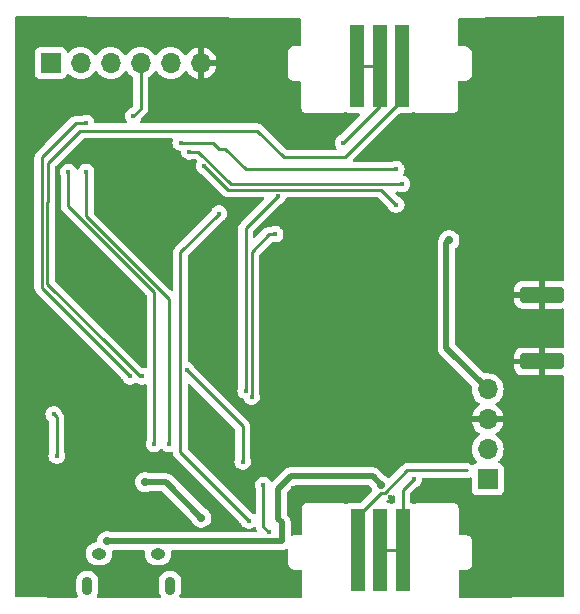
<source format=gbl>
G04 #@! TF.GenerationSoftware,KiCad,Pcbnew,8.0.8*
G04 #@! TF.CreationDate,2025-03-19T13:57:10+01:00*
G04 #@! TF.ProjectId,hardware,68617264-7761-4726-952e-6b696361645f,rev?*
G04 #@! TF.SameCoordinates,Original*
G04 #@! TF.FileFunction,Copper,L2,Bot*
G04 #@! TF.FilePolarity,Positive*
%FSLAX46Y46*%
G04 Gerber Fmt 4.6, Leading zero omitted, Abs format (unit mm)*
G04 Created by KiCad (PCBNEW 8.0.8) date 2025-03-19 13:57:10*
%MOMM*%
%LPD*%
G01*
G04 APERTURE LIST*
G04 Aperture macros list*
%AMRoundRect*
0 Rectangle with rounded corners*
0 $1 Rounding radius*
0 $2 $3 $4 $5 $6 $7 $8 $9 X,Y pos of 4 corners*
0 Add a 4 corners polygon primitive as box body*
4,1,4,$2,$3,$4,$5,$6,$7,$8,$9,$2,$3,0*
0 Add four circle primitives for the rounded corners*
1,1,$1+$1,$2,$3*
1,1,$1+$1,$4,$5*
1,1,$1+$1,$6,$7*
1,1,$1+$1,$8,$9*
0 Add four rect primitives between the rounded corners*
20,1,$1+$1,$2,$3,$4,$5,0*
20,1,$1+$1,$4,$5,$6,$7,0*
20,1,$1+$1,$6,$7,$8,$9,0*
20,1,$1+$1,$8,$9,$2,$3,0*%
G04 Aperture macros list end*
G04 #@! TA.AperFunction,ComponentPad*
%ADD10R,1.700000X1.700000*%
G04 #@! TD*
G04 #@! TA.AperFunction,ComponentPad*
%ADD11O,1.700000X1.700000*%
G04 #@! TD*
G04 #@! TA.AperFunction,ConnectorPad*
%ADD12R,1.270000X7.000000*%
G04 #@! TD*
G04 #@! TA.AperFunction,HeatsinkPad*
%ADD13O,0.890000X1.550000*%
G04 #@! TD*
G04 #@! TA.AperFunction,HeatsinkPad*
%ADD14O,1.250000X0.950000*%
G04 #@! TD*
G04 #@! TA.AperFunction,HeatsinkPad*
%ADD15C,0.600000*%
G04 #@! TD*
G04 #@! TA.AperFunction,SMDPad,CuDef*
%ADD16RoundRect,0.250000X1.600000X-0.425000X1.600000X0.425000X-1.600000X0.425000X-1.600000X-0.425000X0*%
G04 #@! TD*
G04 #@! TA.AperFunction,ViaPad*
%ADD17C,0.400000*%
G04 #@! TD*
G04 #@! TA.AperFunction,ViaPad*
%ADD18C,0.700000*%
G04 #@! TD*
G04 #@! TA.AperFunction,Conductor*
%ADD19C,0.250000*%
G04 #@! TD*
G04 #@! TA.AperFunction,Conductor*
%ADD20C,0.500000*%
G04 #@! TD*
G04 APERTURE END LIST*
D10*
X75500000Y-54750000D03*
D11*
X78040000Y-54750000D03*
X80580000Y-54750000D03*
X83120000Y-54750000D03*
X85660000Y-54750000D03*
X88200000Y-54750000D03*
D12*
X101440000Y-55000000D03*
X103345000Y-55000000D03*
X105250000Y-55000000D03*
D10*
X112500000Y-90000000D03*
D11*
X112500000Y-87460000D03*
X112500000Y-84920000D03*
X112500000Y-82380000D03*
D13*
X78600000Y-99000000D03*
D14*
X79600000Y-96300000D03*
X84600000Y-96300000D03*
D13*
X85600000Y-99000000D03*
D15*
X79912500Y-76362500D03*
X81437500Y-76362500D03*
X79150000Y-75600000D03*
X80675000Y-75600000D03*
X82200000Y-75600000D03*
X79912500Y-74837500D03*
X81437500Y-74837500D03*
X79150000Y-74075000D03*
X80675000Y-74075000D03*
X82200000Y-74075000D03*
X79912500Y-73312500D03*
X81437500Y-73312500D03*
D16*
X117087500Y-74375000D03*
X117087500Y-80025000D03*
D12*
X105310000Y-96000000D03*
X103405000Y-96000000D03*
X101500000Y-96000000D03*
D17*
X114250000Y-79000000D03*
X117250000Y-71750000D03*
X116750000Y-82250000D03*
X103250000Y-72000000D03*
X92750000Y-56750000D03*
X108250000Y-60250000D03*
X82500000Y-59250000D03*
X83250000Y-81275000D03*
X82250000Y-81275000D03*
X78500000Y-59850000D03*
X100250000Y-61500000D03*
X114500000Y-97250000D03*
X116500000Y-92750000D03*
X115500000Y-85000000D03*
X107750000Y-86000000D03*
X91250000Y-94000000D03*
X91500000Y-96250000D03*
X88000000Y-97250000D03*
X88000000Y-99250000D03*
X75500000Y-97250000D03*
X86750000Y-96500000D03*
X79750000Y-85000000D03*
X100500000Y-87250000D03*
X102750000Y-87000000D03*
X105750000Y-88250000D03*
X104250000Y-91500000D03*
X106250000Y-90000000D03*
X110250000Y-91500000D03*
X96000000Y-90750000D03*
X96750000Y-88000000D03*
X95500000Y-98500000D03*
X96250000Y-93750000D03*
X97500000Y-91500000D03*
X98750000Y-91500000D03*
X105750000Y-77250000D03*
X104500000Y-84500000D03*
X97750000Y-84750000D03*
X93750000Y-83250000D03*
X87750000Y-72750000D03*
X85500000Y-68250000D03*
X84250000Y-61500000D03*
X73750000Y-61250000D03*
X115750000Y-63500000D03*
X102000000Y-73500000D03*
X76500000Y-70250000D03*
X77750000Y-78750000D03*
X75750000Y-84500000D03*
X76000000Y-88000000D03*
X74500000Y-94000000D03*
X89750000Y-88000000D03*
X89750000Y-67500000D03*
X92250000Y-93500000D03*
X87000000Y-80750000D03*
X91750000Y-88500000D03*
X84250000Y-87000000D03*
X77000000Y-64000000D03*
X78500000Y-64000000D03*
X85500000Y-87000000D03*
D18*
X109250000Y-69750000D03*
D17*
X86500000Y-61500000D03*
X104750000Y-63750000D03*
X87250000Y-62250000D03*
X105250000Y-65000000D03*
X88500000Y-63500000D03*
X104750000Y-66750000D03*
X94500000Y-69250000D03*
X92500000Y-83000000D03*
X94750000Y-66000000D03*
X92000000Y-82500000D03*
D18*
X83500000Y-90250000D03*
X88250000Y-93250000D03*
X80250000Y-95250000D03*
X103500000Y-90500000D03*
D17*
X93500000Y-90500000D03*
X94000000Y-94500000D03*
D19*
X78500000Y-59850000D02*
X77650000Y-59850000D01*
X77650000Y-59850000D02*
X74750000Y-62750000D01*
X74750000Y-62750000D02*
X74750000Y-73775000D01*
X74750000Y-73775000D02*
X82250000Y-81275000D01*
X82500000Y-59250000D02*
X83120000Y-58630000D01*
X83120000Y-58630000D02*
X83120000Y-54750000D01*
X103345000Y-55000000D02*
X101440000Y-55000000D01*
X83025000Y-81275000D02*
X83250000Y-81275000D01*
X80500000Y-78750000D02*
X83025000Y-81275000D01*
X75250000Y-63250000D02*
X75250000Y-66500000D01*
X78000000Y-60500000D02*
X75250000Y-63250000D01*
X75225000Y-66525000D02*
X75225000Y-73475000D01*
X75225000Y-73475000D02*
X80500000Y-78750000D01*
X75250000Y-66500000D02*
X75225000Y-66525000D01*
X93000000Y-60500000D02*
X78000000Y-60500000D01*
X105250000Y-55000000D02*
X105250000Y-52250000D01*
X100380000Y-62750000D02*
X95250000Y-62750000D01*
X105250000Y-57880000D02*
X100380000Y-62750000D01*
X105250000Y-52250000D02*
X105250000Y-57880000D01*
X95250000Y-62750000D02*
X93000000Y-60500000D01*
X103345000Y-58405000D02*
X100250000Y-61500000D01*
X103345000Y-55000000D02*
X103345000Y-58405000D01*
X105310000Y-90940000D02*
X106250000Y-90000000D01*
X105310000Y-96000000D02*
X105310000Y-90940000D01*
X103405000Y-96000000D02*
X105310000Y-96000000D01*
X101500000Y-96000000D02*
X101500000Y-93135000D01*
X103460000Y-91175000D02*
X103779595Y-91175000D01*
X105704595Y-89250000D02*
X110710000Y-89250000D01*
X101500000Y-93135000D02*
X103460000Y-91175000D01*
X103779595Y-91175000D02*
X105704595Y-89250000D01*
D20*
X95054740Y-95250000D02*
X95054740Y-93656800D01*
X95054740Y-93656800D02*
X94750000Y-93352060D01*
X80250000Y-95250000D02*
X95054740Y-95250000D01*
X94750000Y-93352060D02*
X94750000Y-90834620D01*
X95834620Y-89750000D02*
X102750000Y-89750000D01*
X94750000Y-90834620D02*
X95834620Y-89750000D01*
X102750000Y-89750000D02*
X103500000Y-90500000D01*
D19*
X76000000Y-84750000D02*
X75750000Y-84500000D01*
X76000000Y-88000000D02*
X76000000Y-84750000D01*
X86475000Y-87725000D02*
X86475000Y-70775000D01*
X92250000Y-93500000D02*
X86475000Y-87725000D01*
X86475000Y-70775000D02*
X89750000Y-67500000D01*
X91750000Y-85500000D02*
X87000000Y-80750000D01*
X91750000Y-88500000D02*
X91750000Y-85500000D01*
X77000000Y-66886396D02*
X77000000Y-64000000D01*
X84250000Y-87000000D02*
X84250000Y-74136396D01*
X80306802Y-70193198D02*
X77000000Y-66886396D01*
X84250000Y-74136396D02*
X80306802Y-70193198D01*
X78500000Y-67750000D02*
X78500000Y-64000000D01*
X84500000Y-73750000D02*
X78500000Y-67750000D01*
X85500000Y-87000000D02*
X85500000Y-74750000D01*
X85500000Y-74750000D02*
X84500000Y-73750000D01*
D20*
X109000000Y-70000000D02*
X109250000Y-69750000D01*
X109000000Y-77500000D02*
X109000000Y-70000000D01*
X109000000Y-78880000D02*
X109000000Y-77500000D01*
X112500000Y-82380000D02*
X109000000Y-78880000D01*
D19*
X89250000Y-61500000D02*
X86500000Y-61500000D01*
X89750000Y-62000000D02*
X89250000Y-61500000D01*
X90250000Y-62000000D02*
X89750000Y-62000000D01*
X104750000Y-63750000D02*
X92000000Y-63750000D01*
X92000000Y-63750000D02*
X90250000Y-62000000D01*
X88000000Y-62250000D02*
X87250000Y-62250000D01*
X90750000Y-65000000D02*
X88000000Y-62250000D01*
X105250000Y-65000000D02*
X90750000Y-65000000D01*
X90475000Y-65475000D02*
X88500000Y-63500000D01*
X104750000Y-66750000D02*
X103475000Y-65475000D01*
X103475000Y-65475000D02*
X90475000Y-65475000D01*
X92525000Y-82975000D02*
X92525000Y-70775000D01*
X94000000Y-69250000D02*
X94500000Y-69250000D01*
X92500000Y-70750000D02*
X94000000Y-69250000D01*
X92500000Y-83000000D02*
X92525000Y-82975000D01*
X92525000Y-70775000D02*
X92500000Y-70750000D01*
X92000000Y-68750000D02*
X94750000Y-66000000D01*
X92000000Y-82500000D02*
X92000000Y-68750000D01*
D20*
X85250000Y-90250000D02*
X83500000Y-90250000D01*
X88250000Y-93250000D02*
X85250000Y-90250000D01*
D19*
X93500000Y-94000000D02*
X94000000Y-94500000D01*
X93500000Y-90500000D02*
X93500000Y-94000000D01*
G04 #@! TA.AperFunction,Conductor*
G36*
X96578719Y-50952200D02*
G01*
X96645593Y-50972434D01*
X96690913Y-51025612D01*
X96701700Y-51076196D01*
X96701700Y-53227300D01*
X96682015Y-53294339D01*
X96629211Y-53340094D01*
X96577700Y-53351300D01*
X95986308Y-53351300D01*
X95859012Y-53385408D01*
X95744886Y-53451300D01*
X95744883Y-53451302D01*
X95651702Y-53544483D01*
X95651700Y-53544486D01*
X95585808Y-53658612D01*
X95551700Y-53785908D01*
X95551700Y-55690908D01*
X95551700Y-55822692D01*
X95556962Y-55842331D01*
X95585808Y-55949987D01*
X95618754Y-56007050D01*
X95651700Y-56064114D01*
X95744886Y-56157300D01*
X95859014Y-56223192D01*
X95986308Y-56257300D01*
X96577700Y-56257300D01*
X96644739Y-56276985D01*
X96690494Y-56329789D01*
X96701700Y-56381300D01*
X96701700Y-58434108D01*
X96701700Y-58565892D01*
X96708216Y-58590210D01*
X96735808Y-58693187D01*
X96768754Y-58750250D01*
X96801700Y-58807314D01*
X96894886Y-58900500D01*
X97009014Y-58966392D01*
X97136308Y-59000500D01*
X97136310Y-59000500D01*
X100155890Y-59000500D01*
X100155892Y-59000500D01*
X100283186Y-58966392D01*
X100387184Y-58906348D01*
X100455081Y-58889876D01*
X100521108Y-58912728D01*
X100523493Y-58914469D01*
X100562668Y-58943795D01*
X100562671Y-58943797D01*
X100697517Y-58994091D01*
X100697516Y-58994091D01*
X100704444Y-58994835D01*
X100757127Y-59000500D01*
X101565547Y-59000499D01*
X101632586Y-59020183D01*
X101678341Y-59072987D01*
X101688285Y-59142146D01*
X101659260Y-59205702D01*
X101653228Y-59212180D01*
X100057958Y-60807450D01*
X100006398Y-60836534D01*
X100006784Y-60837552D01*
X100000104Y-60840085D01*
X99999968Y-60840162D01*
X99999777Y-60840208D01*
X99999771Y-60840211D01*
X99849150Y-60919263D01*
X99721816Y-61032072D01*
X99625182Y-61172068D01*
X99564860Y-61331125D01*
X99564859Y-61331130D01*
X99544355Y-61500000D01*
X99564859Y-61668869D01*
X99564860Y-61668874D01*
X99625181Y-61827928D01*
X99625182Y-61827930D01*
X99695678Y-61930061D01*
X99717561Y-61996414D01*
X99700096Y-62064066D01*
X99648828Y-62111536D01*
X99593628Y-62124500D01*
X95560453Y-62124500D01*
X95493414Y-62104815D01*
X95472772Y-62088181D01*
X93492928Y-60108338D01*
X93492925Y-60108334D01*
X93492925Y-60108335D01*
X93485858Y-60101268D01*
X93485858Y-60101267D01*
X93398733Y-60014142D01*
X93398732Y-60014141D01*
X93398731Y-60014140D01*
X93347509Y-59979915D01*
X93296286Y-59945688D01*
X93209619Y-59909790D01*
X93209617Y-59909788D01*
X93182455Y-59898538D01*
X93182453Y-59898537D01*
X93182452Y-59898537D01*
X93122029Y-59886518D01*
X93061610Y-59874500D01*
X93061607Y-59874500D01*
X93061606Y-59874500D01*
X83156372Y-59874500D01*
X83089333Y-59854815D01*
X83043578Y-59802011D01*
X83033634Y-59732853D01*
X83054320Y-59680062D01*
X83124818Y-59577930D01*
X83157020Y-59493017D01*
X83185278Y-59449311D01*
X83605857Y-59028734D01*
X83624723Y-59000500D01*
X83624725Y-59000498D01*
X83674307Y-58926292D01*
X83674307Y-58926291D01*
X83674311Y-58926286D01*
X83721463Y-58812452D01*
X83727506Y-58782071D01*
X83745500Y-58691607D01*
X83745500Y-58568394D01*
X83745500Y-56025226D01*
X83765185Y-55958187D01*
X83798374Y-55923654D01*
X83991401Y-55788495D01*
X84158495Y-55621401D01*
X84288425Y-55435842D01*
X84343002Y-55392217D01*
X84412500Y-55385023D01*
X84474855Y-55416546D01*
X84491575Y-55435842D01*
X84621281Y-55621082D01*
X84621505Y-55621401D01*
X84788599Y-55788495D01*
X84885384Y-55856265D01*
X84982165Y-55924032D01*
X84982167Y-55924033D01*
X84982170Y-55924035D01*
X85196337Y-56023903D01*
X85196343Y-56023904D01*
X85196344Y-56023905D01*
X85251285Y-56038626D01*
X85424592Y-56085063D01*
X85601034Y-56100500D01*
X85659999Y-56105659D01*
X85660000Y-56105659D01*
X85660001Y-56105659D01*
X85718966Y-56100500D01*
X85895408Y-56085063D01*
X86123663Y-56023903D01*
X86337830Y-55924035D01*
X86531401Y-55788495D01*
X86698495Y-55621401D01*
X86828730Y-55435405D01*
X86883307Y-55391781D01*
X86952805Y-55384587D01*
X87015160Y-55416110D01*
X87031879Y-55435405D01*
X87161890Y-55621078D01*
X87328917Y-55788105D01*
X87522421Y-55923600D01*
X87736507Y-56023429D01*
X87736516Y-56023433D01*
X87950000Y-56080634D01*
X87950000Y-55183012D01*
X88007007Y-55215925D01*
X88134174Y-55250000D01*
X88265826Y-55250000D01*
X88392993Y-55215925D01*
X88450000Y-55183012D01*
X88450000Y-56080633D01*
X88663483Y-56023433D01*
X88663492Y-56023429D01*
X88877578Y-55923600D01*
X89071082Y-55788105D01*
X89238105Y-55621082D01*
X89373600Y-55427578D01*
X89473429Y-55213492D01*
X89473432Y-55213486D01*
X89530636Y-55000000D01*
X88633012Y-55000000D01*
X88665925Y-54942993D01*
X88700000Y-54815826D01*
X88700000Y-54684174D01*
X88665925Y-54557007D01*
X88633012Y-54500000D01*
X89530636Y-54500000D01*
X89530635Y-54499999D01*
X89473432Y-54286513D01*
X89473429Y-54286507D01*
X89373600Y-54072422D01*
X89373599Y-54072420D01*
X89238113Y-53878926D01*
X89238108Y-53878920D01*
X89071082Y-53711894D01*
X88877578Y-53576399D01*
X88663492Y-53476570D01*
X88663486Y-53476567D01*
X88450000Y-53419364D01*
X88450000Y-54316988D01*
X88392993Y-54284075D01*
X88265826Y-54250000D01*
X88134174Y-54250000D01*
X88007007Y-54284075D01*
X87950000Y-54316988D01*
X87950000Y-53419364D01*
X87949999Y-53419364D01*
X87736513Y-53476567D01*
X87736507Y-53476570D01*
X87522422Y-53576399D01*
X87522420Y-53576400D01*
X87328926Y-53711886D01*
X87328920Y-53711891D01*
X87161891Y-53878920D01*
X87161890Y-53878922D01*
X87031880Y-54064595D01*
X86977303Y-54108219D01*
X86907804Y-54115412D01*
X86845450Y-54083890D01*
X86828730Y-54064594D01*
X86698494Y-53878597D01*
X86531402Y-53711506D01*
X86531395Y-53711501D01*
X86337834Y-53575967D01*
X86337830Y-53575965D01*
X86270323Y-53544486D01*
X86123663Y-53476097D01*
X86123659Y-53476096D01*
X86123655Y-53476094D01*
X85895413Y-53414938D01*
X85895403Y-53414936D01*
X85660001Y-53394341D01*
X85659999Y-53394341D01*
X85424596Y-53414936D01*
X85424586Y-53414938D01*
X85196344Y-53476094D01*
X85196335Y-53476098D01*
X84982171Y-53575964D01*
X84982169Y-53575965D01*
X84788597Y-53711505D01*
X84621505Y-53878597D01*
X84491575Y-54064158D01*
X84436998Y-54107783D01*
X84367500Y-54114977D01*
X84305145Y-54083454D01*
X84288425Y-54064158D01*
X84158494Y-53878597D01*
X83991402Y-53711506D01*
X83991395Y-53711501D01*
X83797834Y-53575967D01*
X83797830Y-53575965D01*
X83730323Y-53544486D01*
X83583663Y-53476097D01*
X83583659Y-53476096D01*
X83583655Y-53476094D01*
X83355413Y-53414938D01*
X83355403Y-53414936D01*
X83120001Y-53394341D01*
X83119999Y-53394341D01*
X82884596Y-53414936D01*
X82884586Y-53414938D01*
X82656344Y-53476094D01*
X82656335Y-53476098D01*
X82442171Y-53575964D01*
X82442169Y-53575965D01*
X82248597Y-53711505D01*
X82081505Y-53878597D01*
X81951575Y-54064158D01*
X81896998Y-54107783D01*
X81827500Y-54114977D01*
X81765145Y-54083454D01*
X81748425Y-54064158D01*
X81618494Y-53878597D01*
X81451402Y-53711506D01*
X81451395Y-53711501D01*
X81257834Y-53575967D01*
X81257830Y-53575965D01*
X81190323Y-53544486D01*
X81043663Y-53476097D01*
X81043659Y-53476096D01*
X81043655Y-53476094D01*
X80815413Y-53414938D01*
X80815403Y-53414936D01*
X80580001Y-53394341D01*
X80579999Y-53394341D01*
X80344596Y-53414936D01*
X80344586Y-53414938D01*
X80116344Y-53476094D01*
X80116335Y-53476098D01*
X79902171Y-53575964D01*
X79902169Y-53575965D01*
X79708597Y-53711505D01*
X79541505Y-53878597D01*
X79411575Y-54064158D01*
X79356998Y-54107783D01*
X79287500Y-54114977D01*
X79225145Y-54083454D01*
X79208425Y-54064158D01*
X79078494Y-53878597D01*
X78911402Y-53711506D01*
X78911395Y-53711501D01*
X78717834Y-53575967D01*
X78717830Y-53575965D01*
X78650323Y-53544486D01*
X78503663Y-53476097D01*
X78503659Y-53476096D01*
X78503655Y-53476094D01*
X78275413Y-53414938D01*
X78275403Y-53414936D01*
X78040001Y-53394341D01*
X78039999Y-53394341D01*
X77804596Y-53414936D01*
X77804586Y-53414938D01*
X77576344Y-53476094D01*
X77576335Y-53476098D01*
X77362171Y-53575964D01*
X77362169Y-53575965D01*
X77168600Y-53711503D01*
X77046673Y-53833430D01*
X76985350Y-53866914D01*
X76915658Y-53861930D01*
X76859725Y-53820058D01*
X76842810Y-53789081D01*
X76793797Y-53657671D01*
X76793793Y-53657664D01*
X76707547Y-53542455D01*
X76707544Y-53542452D01*
X76592335Y-53456206D01*
X76592328Y-53456202D01*
X76457482Y-53405908D01*
X76457483Y-53405908D01*
X76397883Y-53399501D01*
X76397881Y-53399500D01*
X76397873Y-53399500D01*
X76397864Y-53399500D01*
X74602129Y-53399500D01*
X74602123Y-53399501D01*
X74542516Y-53405908D01*
X74407671Y-53456202D01*
X74407664Y-53456206D01*
X74292455Y-53542452D01*
X74292452Y-53542455D01*
X74206206Y-53657664D01*
X74206202Y-53657671D01*
X74155908Y-53792517D01*
X74149501Y-53852116D01*
X74149500Y-53852135D01*
X74149500Y-55647870D01*
X74149501Y-55647876D01*
X74155908Y-55707483D01*
X74206202Y-55842328D01*
X74206206Y-55842335D01*
X74292452Y-55957544D01*
X74292455Y-55957547D01*
X74407664Y-56043793D01*
X74407671Y-56043797D01*
X74542517Y-56094091D01*
X74542516Y-56094091D01*
X74549444Y-56094835D01*
X74602127Y-56100500D01*
X76397872Y-56100499D01*
X76457483Y-56094091D01*
X76592331Y-56043796D01*
X76707546Y-55957546D01*
X76793796Y-55842331D01*
X76842810Y-55710916D01*
X76884681Y-55654984D01*
X76950145Y-55630566D01*
X77018418Y-55645417D01*
X77046673Y-55666569D01*
X77168599Y-55788495D01*
X77265384Y-55856265D01*
X77362165Y-55924032D01*
X77362167Y-55924033D01*
X77362170Y-55924035D01*
X77576337Y-56023903D01*
X77576343Y-56023904D01*
X77576344Y-56023905D01*
X77631285Y-56038626D01*
X77804592Y-56085063D01*
X77981034Y-56100500D01*
X78039999Y-56105659D01*
X78040000Y-56105659D01*
X78040001Y-56105659D01*
X78098966Y-56100500D01*
X78275408Y-56085063D01*
X78503663Y-56023903D01*
X78717830Y-55924035D01*
X78911401Y-55788495D01*
X79078495Y-55621401D01*
X79208425Y-55435842D01*
X79263002Y-55392217D01*
X79332500Y-55385023D01*
X79394855Y-55416546D01*
X79411575Y-55435842D01*
X79541281Y-55621082D01*
X79541505Y-55621401D01*
X79708599Y-55788495D01*
X79805384Y-55856265D01*
X79902165Y-55924032D01*
X79902167Y-55924033D01*
X79902170Y-55924035D01*
X80116337Y-56023903D01*
X80116343Y-56023904D01*
X80116344Y-56023905D01*
X80171285Y-56038626D01*
X80344592Y-56085063D01*
X80521034Y-56100500D01*
X80579999Y-56105659D01*
X80580000Y-56105659D01*
X80580001Y-56105659D01*
X80638966Y-56100500D01*
X80815408Y-56085063D01*
X81043663Y-56023903D01*
X81257830Y-55924035D01*
X81451401Y-55788495D01*
X81618495Y-55621401D01*
X81748425Y-55435842D01*
X81803002Y-55392217D01*
X81872500Y-55385023D01*
X81934855Y-55416546D01*
X81951575Y-55435842D01*
X82081281Y-55621082D01*
X82081505Y-55621401D01*
X82248599Y-55788495D01*
X82441624Y-55923653D01*
X82485248Y-55978228D01*
X82494500Y-56025226D01*
X82494500Y-58319546D01*
X82474815Y-58386585D01*
X82458181Y-58407228D01*
X82307957Y-58557451D01*
X82256400Y-58586533D01*
X82256786Y-58587551D01*
X82250101Y-58590086D01*
X82249967Y-58590162D01*
X82249779Y-58590208D01*
X82249772Y-58590211D01*
X82099150Y-58669263D01*
X81971816Y-58782072D01*
X81875182Y-58922068D01*
X81814860Y-59081125D01*
X81814859Y-59081130D01*
X81794355Y-59250000D01*
X81814859Y-59418869D01*
X81814860Y-59418874D01*
X81853997Y-59522070D01*
X81875182Y-59577930D01*
X81945678Y-59680061D01*
X81967561Y-59746414D01*
X81950096Y-59814066D01*
X81898828Y-59861536D01*
X81843628Y-59874500D01*
X79318474Y-59874500D01*
X79251435Y-59854815D01*
X79205680Y-59802011D01*
X79195378Y-59765446D01*
X79193067Y-59746414D01*
X79185140Y-59681128D01*
X79124818Y-59522070D01*
X79028183Y-59382071D01*
X78900852Y-59269266D01*
X78900849Y-59269263D01*
X78750226Y-59190210D01*
X78585056Y-59149500D01*
X78414944Y-59149500D01*
X78249775Y-59190209D01*
X78224762Y-59203337D01*
X78211504Y-59210296D01*
X78153879Y-59224500D01*
X77588389Y-59224500D01*
X77527971Y-59236518D01*
X77484743Y-59245116D01*
X77467546Y-59248537D01*
X77353716Y-59295687D01*
X77251265Y-59364142D01*
X77251262Y-59364145D01*
X75014142Y-61601267D01*
X74351269Y-62264140D01*
X74351267Y-62264142D01*
X74307704Y-62307704D01*
X74264142Y-62351266D01*
X74248230Y-62375079D01*
X74232426Y-62398733D01*
X74195688Y-62453714D01*
X74195686Y-62453717D01*
X74195685Y-62453719D01*
X74148540Y-62567538D01*
X74148537Y-62567546D01*
X74141791Y-62601463D01*
X74125269Y-62684530D01*
X74124500Y-62688394D01*
X74124500Y-73836606D01*
X74147839Y-73953945D01*
X74148537Y-73957450D01*
X74195688Y-74071286D01*
X74195690Y-74071290D01*
X74215209Y-74100501D01*
X74215210Y-74100502D01*
X74264140Y-74173731D01*
X74264141Y-74173732D01*
X74264142Y-74173733D01*
X74351267Y-74260858D01*
X74351268Y-74260858D01*
X74358335Y-74267925D01*
X74358334Y-74267925D01*
X74358338Y-74267928D01*
X81564718Y-81474309D01*
X81592979Y-81518018D01*
X81625182Y-81602930D01*
X81721817Y-81742929D01*
X81826331Y-81835520D01*
X81849150Y-81855736D01*
X81964612Y-81916335D01*
X81999775Y-81934790D01*
X82164944Y-81975500D01*
X82335056Y-81975500D01*
X82500225Y-81934790D01*
X82650852Y-81855734D01*
X82650851Y-81855734D01*
X82657494Y-81852248D01*
X82658464Y-81854097D01*
X82714771Y-81835520D01*
X82766327Y-81844891D01*
X82842548Y-81876463D01*
X82869988Y-81881921D01*
X82897039Y-81887302D01*
X82897040Y-81887302D01*
X82899188Y-81887729D01*
X82932638Y-81899553D01*
X82964613Y-81916335D01*
X82999775Y-81934790D01*
X83164944Y-81975500D01*
X83335056Y-81975500D01*
X83470826Y-81942036D01*
X83540627Y-81945105D01*
X83597689Y-81985425D01*
X83623895Y-82050194D01*
X83624500Y-82062433D01*
X83624500Y-86651145D01*
X83616442Y-86695116D01*
X83564861Y-86831125D01*
X83564859Y-86831130D01*
X83544355Y-87000000D01*
X83564859Y-87168869D01*
X83564860Y-87168874D01*
X83625182Y-87327931D01*
X83687475Y-87418177D01*
X83721817Y-87467929D01*
X83827505Y-87561560D01*
X83849150Y-87580736D01*
X83999773Y-87659789D01*
X83999775Y-87659790D01*
X84164944Y-87700500D01*
X84335056Y-87700500D01*
X84500225Y-87659790D01*
X84599502Y-87607685D01*
X84650849Y-87580736D01*
X84650850Y-87580734D01*
X84650852Y-87580734D01*
X84778183Y-87467929D01*
X84778186Y-87467925D01*
X84782184Y-87463413D01*
X84841373Y-87426286D01*
X84911239Y-87427052D01*
X84967816Y-87463413D01*
X84971813Y-87467925D01*
X84971816Y-87467927D01*
X84971817Y-87467929D01*
X85010534Y-87502229D01*
X85099150Y-87580736D01*
X85249773Y-87659789D01*
X85249775Y-87659790D01*
X85414944Y-87700500D01*
X85585054Y-87700500D01*
X85585056Y-87700500D01*
X85695914Y-87673176D01*
X85765713Y-87676245D01*
X85822775Y-87716564D01*
X85848980Y-87781334D01*
X85848989Y-87781418D01*
X85849499Y-87786603D01*
X85849500Y-87786606D01*
X85869529Y-87887304D01*
X85873537Y-87907451D01*
X85920688Y-88021286D01*
X85927889Y-88032062D01*
X85927892Y-88032072D01*
X85927895Y-88032071D01*
X85989141Y-88123732D01*
X85989144Y-88123736D01*
X86080586Y-88215178D01*
X86080608Y-88215198D01*
X91564718Y-93699308D01*
X91592979Y-93743018D01*
X91625182Y-93827930D01*
X91625182Y-93827931D01*
X91664934Y-93885521D01*
X91721817Y-93967929D01*
X91794289Y-94032133D01*
X91849150Y-94080736D01*
X91999771Y-94159788D01*
X91999775Y-94159790D01*
X92164944Y-94200500D01*
X92335056Y-94200500D01*
X92500225Y-94159790D01*
X92650852Y-94080734D01*
X92682526Y-94052672D01*
X92745758Y-94022951D01*
X92815022Y-94032133D01*
X92868326Y-94077304D01*
X92886371Y-94121293D01*
X92894029Y-94159788D01*
X92894029Y-94159791D01*
X92898535Y-94182444D01*
X92898536Y-94182446D01*
X92898537Y-94182451D01*
X92945688Y-94296286D01*
X92945689Y-94296288D01*
X92952584Y-94306606D01*
X92973464Y-94373283D01*
X92954982Y-94440663D01*
X92903004Y-94487355D01*
X92849484Y-94499500D01*
X80681741Y-94499500D01*
X80631306Y-94488780D01*
X80514267Y-94436671D01*
X80514265Y-94436670D01*
X80386594Y-94409533D01*
X80339391Y-94399500D01*
X80160609Y-94399500D01*
X80129954Y-94406015D01*
X79985733Y-94436670D01*
X79985728Y-94436672D01*
X79822408Y-94509387D01*
X79677768Y-94614475D01*
X79558140Y-94747336D01*
X79468750Y-94902164D01*
X79468747Y-94902170D01*
X79413504Y-95072192D01*
X79413503Y-95072195D01*
X79397238Y-95226946D01*
X79370653Y-95291561D01*
X79313355Y-95331545D01*
X79298109Y-95335601D01*
X79165462Y-95361986D01*
X79165452Y-95361989D01*
X78987931Y-95435520D01*
X78987929Y-95435521D01*
X78828155Y-95542279D01*
X78828151Y-95542282D01*
X78692282Y-95678151D01*
X78692279Y-95678155D01*
X78585521Y-95837929D01*
X78585520Y-95837931D01*
X78511989Y-96015452D01*
X78511986Y-96015464D01*
X78474500Y-96203917D01*
X78474500Y-96396082D01*
X78511986Y-96584535D01*
X78511989Y-96584547D01*
X78585520Y-96762068D01*
X78585521Y-96762070D01*
X78692279Y-96921844D01*
X78692282Y-96921848D01*
X78828151Y-97057717D01*
X78828155Y-97057720D01*
X78987927Y-97164477D01*
X78987928Y-97164477D01*
X78987929Y-97164478D01*
X78987931Y-97164479D01*
X79165452Y-97238010D01*
X79165457Y-97238012D01*
X79353917Y-97275499D01*
X79353920Y-97275500D01*
X79353922Y-97275500D01*
X79846080Y-97275500D01*
X79846081Y-97275499D01*
X80034543Y-97238012D01*
X80212073Y-97164477D01*
X80371845Y-97057720D01*
X80507720Y-96921845D01*
X80614477Y-96762073D01*
X80688012Y-96584543D01*
X80725500Y-96396078D01*
X80725500Y-96203922D01*
X80725500Y-96203919D01*
X80714514Y-96148692D01*
X80720741Y-96079101D01*
X80763603Y-96023923D01*
X80829493Y-96000678D01*
X80836131Y-96000500D01*
X83363869Y-96000500D01*
X83430908Y-96020185D01*
X83476663Y-96072989D01*
X83486607Y-96142147D01*
X83485486Y-96148692D01*
X83474500Y-96203919D01*
X83474500Y-96396082D01*
X83511986Y-96584535D01*
X83511989Y-96584547D01*
X83585520Y-96762068D01*
X83585521Y-96762070D01*
X83692279Y-96921844D01*
X83692282Y-96921848D01*
X83828151Y-97057717D01*
X83828155Y-97057720D01*
X83987927Y-97164477D01*
X83987928Y-97164477D01*
X83987929Y-97164478D01*
X83987931Y-97164479D01*
X84165452Y-97238010D01*
X84165457Y-97238012D01*
X84353917Y-97275499D01*
X84353920Y-97275500D01*
X84353922Y-97275500D01*
X84846080Y-97275500D01*
X84846081Y-97275499D01*
X85034543Y-97238012D01*
X85212073Y-97164477D01*
X85371845Y-97057720D01*
X85507720Y-96921845D01*
X85614477Y-96762073D01*
X85688012Y-96584543D01*
X85725500Y-96396078D01*
X85725500Y-96203922D01*
X85725500Y-96203919D01*
X85714514Y-96148692D01*
X85720741Y-96079101D01*
X85763603Y-96023923D01*
X85829493Y-96000678D01*
X85836131Y-96000500D01*
X95128660Y-96000500D01*
X95226202Y-95981096D01*
X95273653Y-95971658D01*
X95410235Y-95915084D01*
X95410244Y-95915078D01*
X95428807Y-95902675D01*
X95495483Y-95881795D01*
X95562864Y-95900278D01*
X95609556Y-95952255D01*
X95621700Y-96005775D01*
X95621700Y-97214091D01*
X95655808Y-97341387D01*
X95688754Y-97398450D01*
X95721700Y-97455514D01*
X95814886Y-97548700D01*
X95929014Y-97614592D01*
X96056308Y-97648700D01*
X96647700Y-97648700D01*
X96714739Y-97668385D01*
X96760494Y-97721189D01*
X96771700Y-97772700D01*
X96771700Y-99917630D01*
X96752015Y-99984669D01*
X96699211Y-100030424D01*
X96647488Y-100041630D01*
X86505006Y-100024293D01*
X86438000Y-100004494D01*
X86392336Y-99951612D01*
X86382510Y-99882436D01*
X86402113Y-99831406D01*
X86437891Y-99777862D01*
X86509165Y-99605792D01*
X86545500Y-99423124D01*
X86545500Y-98576876D01*
X86545500Y-98576873D01*
X86545499Y-98576871D01*
X86509166Y-98394215D01*
X86509165Y-98394208D01*
X86437891Y-98222138D01*
X86437890Y-98222136D01*
X86437890Y-98222135D01*
X86334421Y-98067283D01*
X86334415Y-98067275D01*
X86202724Y-97935584D01*
X86202716Y-97935578D01*
X86047864Y-97832109D01*
X85875792Y-97760835D01*
X85875784Y-97760833D01*
X85693127Y-97724500D01*
X85693124Y-97724500D01*
X85506876Y-97724500D01*
X85506873Y-97724500D01*
X85324215Y-97760833D01*
X85324207Y-97760835D01*
X85152136Y-97832109D01*
X85152135Y-97832109D01*
X84997283Y-97935578D01*
X84997275Y-97935584D01*
X84865584Y-98067275D01*
X84865578Y-98067283D01*
X84762109Y-98222135D01*
X84762109Y-98222136D01*
X84690835Y-98394207D01*
X84690833Y-98394215D01*
X84654500Y-98576871D01*
X84654500Y-99423128D01*
X84690833Y-99605784D01*
X84690835Y-99605792D01*
X84762109Y-99777863D01*
X84762109Y-99777864D01*
X84795813Y-99828305D01*
X84816691Y-99894982D01*
X84798206Y-99962362D01*
X84746227Y-100009052D01*
X84692499Y-100021195D01*
X79512992Y-100012341D01*
X79445986Y-99992542D01*
X79400322Y-99939660D01*
X79390496Y-99870484D01*
X79410102Y-99819451D01*
X79437891Y-99777862D01*
X79509165Y-99605792D01*
X79545500Y-99423124D01*
X79545500Y-98576876D01*
X79545500Y-98576873D01*
X79545499Y-98576871D01*
X79509166Y-98394215D01*
X79509165Y-98394208D01*
X79437891Y-98222138D01*
X79437890Y-98222136D01*
X79437890Y-98222135D01*
X79334421Y-98067283D01*
X79334415Y-98067275D01*
X79202724Y-97935584D01*
X79202716Y-97935578D01*
X79047864Y-97832109D01*
X78875792Y-97760835D01*
X78875784Y-97760833D01*
X78693127Y-97724500D01*
X78693124Y-97724500D01*
X78506876Y-97724500D01*
X78506873Y-97724500D01*
X78324215Y-97760833D01*
X78324207Y-97760835D01*
X78152136Y-97832109D01*
X78152135Y-97832109D01*
X77997283Y-97935578D01*
X77997275Y-97935584D01*
X77865584Y-98067275D01*
X77865578Y-98067283D01*
X77762109Y-98222135D01*
X77762109Y-98222136D01*
X77690835Y-98394207D01*
X77690833Y-98394215D01*
X77654500Y-98576871D01*
X77654500Y-99423128D01*
X77690833Y-99605784D01*
X77690835Y-99605792D01*
X77762109Y-99777862D01*
X77785274Y-99812531D01*
X77787809Y-99816325D01*
X77808686Y-99883003D01*
X77790201Y-99950383D01*
X77738222Y-99997072D01*
X77684494Y-100009215D01*
X72624288Y-100000565D01*
X72557282Y-99980766D01*
X72511618Y-99927884D01*
X72500500Y-99876565D01*
X72500500Y-90250000D01*
X82644815Y-90250000D01*
X82663503Y-90427805D01*
X82663504Y-90427807D01*
X82718747Y-90597829D01*
X82718750Y-90597835D01*
X82808141Y-90752665D01*
X82849812Y-90798946D01*
X82927764Y-90885521D01*
X82927767Y-90885523D01*
X82927770Y-90885526D01*
X83072407Y-90990612D01*
X83235733Y-91063329D01*
X83410609Y-91100500D01*
X83410610Y-91100500D01*
X83589389Y-91100500D01*
X83589391Y-91100500D01*
X83764267Y-91063329D01*
X83881306Y-91011219D01*
X83931741Y-91000500D01*
X84887770Y-91000500D01*
X84954809Y-91020185D01*
X84975451Y-91036819D01*
X87415104Y-93476471D01*
X87445354Y-93525832D01*
X87468750Y-93597835D01*
X87558141Y-93752665D01*
X87599812Y-93798946D01*
X87677764Y-93885521D01*
X87677767Y-93885523D01*
X87677770Y-93885526D01*
X87822407Y-93990612D01*
X87985733Y-94063329D01*
X88160609Y-94100500D01*
X88160610Y-94100500D01*
X88339389Y-94100500D01*
X88339391Y-94100500D01*
X88514267Y-94063329D01*
X88677593Y-93990612D01*
X88822230Y-93885526D01*
X88941859Y-93752665D01*
X89031250Y-93597835D01*
X89086497Y-93427803D01*
X89105185Y-93250000D01*
X89086497Y-93072197D01*
X89042113Y-92935597D01*
X89031252Y-92902170D01*
X89031249Y-92902164D01*
X88941859Y-92747335D01*
X88895003Y-92695296D01*
X88822235Y-92614478D01*
X88822232Y-92614476D01*
X88822231Y-92614475D01*
X88822230Y-92614474D01*
X88677593Y-92509388D01*
X88514267Y-92436671D01*
X88514265Y-92436670D01*
X88508330Y-92434028D01*
X88509106Y-92432284D01*
X88469175Y-92407808D01*
X85728421Y-89667052D01*
X85728414Y-89667046D01*
X85629966Y-89601266D01*
X85629965Y-89601266D01*
X85605495Y-89584916D01*
X85605488Y-89584912D01*
X85468917Y-89528343D01*
X85468907Y-89528340D01*
X85323920Y-89499500D01*
X85323918Y-89499500D01*
X83931741Y-89499500D01*
X83881306Y-89488780D01*
X83764267Y-89436671D01*
X83764265Y-89436670D01*
X83636594Y-89409533D01*
X83589391Y-89399500D01*
X83410609Y-89399500D01*
X83379954Y-89406015D01*
X83235733Y-89436670D01*
X83235728Y-89436672D01*
X83072408Y-89509387D01*
X82927768Y-89614475D01*
X82808140Y-89747336D01*
X82718750Y-89902164D01*
X82718747Y-89902170D01*
X82663504Y-90072192D01*
X82663503Y-90072194D01*
X82644815Y-90250000D01*
X72500500Y-90250000D01*
X72500500Y-84500000D01*
X75044355Y-84500000D01*
X75064859Y-84668869D01*
X75064860Y-84668874D01*
X75125182Y-84827931D01*
X75143297Y-84854174D01*
X75221817Y-84967929D01*
X75332728Y-85066187D01*
X75369853Y-85125374D01*
X75374500Y-85159001D01*
X75374500Y-87651145D01*
X75366442Y-87695116D01*
X75314861Y-87831125D01*
X75314859Y-87831130D01*
X75294355Y-88000000D01*
X75314859Y-88168869D01*
X75314860Y-88168874D01*
X75375182Y-88327931D01*
X75437475Y-88418177D01*
X75471817Y-88467929D01*
X75577505Y-88561560D01*
X75599150Y-88580736D01*
X75728334Y-88648537D01*
X75749775Y-88659790D01*
X75914944Y-88700500D01*
X76085056Y-88700500D01*
X76250225Y-88659790D01*
X76393980Y-88584341D01*
X76400849Y-88580736D01*
X76400850Y-88580734D01*
X76400852Y-88580734D01*
X76528183Y-88467929D01*
X76624818Y-88327930D01*
X76685140Y-88168872D01*
X76705645Y-88000000D01*
X76685140Y-87831128D01*
X76633557Y-87695115D01*
X76625500Y-87651145D01*
X76625500Y-84688393D01*
X76625499Y-84688389D01*
X76601464Y-84567555D01*
X76601463Y-84567548D01*
X76563020Y-84474739D01*
X76554312Y-84453716D01*
X76554307Y-84453707D01*
X76485858Y-84351267D01*
X76485855Y-84351263D01*
X76435280Y-84300689D01*
X76407018Y-84256978D01*
X76374818Y-84172070D01*
X76278183Y-84032071D01*
X76150852Y-83919266D01*
X76150849Y-83919263D01*
X76000226Y-83840210D01*
X75835056Y-83799500D01*
X75664944Y-83799500D01*
X75499773Y-83840210D01*
X75349150Y-83919263D01*
X75221816Y-84032072D01*
X75125182Y-84172068D01*
X75064860Y-84331125D01*
X75064859Y-84331130D01*
X75044355Y-84500000D01*
X72500500Y-84500000D01*
X72500500Y-50879644D01*
X72520185Y-50812605D01*
X72572989Y-50766850D01*
X72625513Y-50755648D01*
X96578719Y-50952200D01*
G37*
G04 #@! TD.AperFunction*
G04 #@! TA.AperFunction,Conductor*
G36*
X118940373Y-50781842D02*
G01*
X118987208Y-50833691D01*
X118999500Y-50887518D01*
X118999500Y-73091562D01*
X118979815Y-73158601D01*
X118927011Y-73204356D01*
X118857853Y-73214300D01*
X118846854Y-73211709D01*
X118846811Y-73211911D01*
X118840190Y-73210493D01*
X118737486Y-73200000D01*
X117337500Y-73200000D01*
X117337500Y-75549999D01*
X118737472Y-75549999D01*
X118737486Y-75549998D01*
X118840193Y-75539506D01*
X118846813Y-75538089D01*
X118847300Y-75540364D01*
X118906297Y-75538322D01*
X118966347Y-75574040D01*
X118997554Y-75636553D01*
X118999500Y-75658437D01*
X118999500Y-78741562D01*
X118979815Y-78808601D01*
X118927011Y-78854356D01*
X118857853Y-78864300D01*
X118846854Y-78861709D01*
X118846811Y-78861911D01*
X118840190Y-78860493D01*
X118737486Y-78850000D01*
X117337500Y-78850000D01*
X117337500Y-81199999D01*
X118737472Y-81199999D01*
X118737486Y-81199998D01*
X118840193Y-81189506D01*
X118846813Y-81188089D01*
X118847300Y-81190364D01*
X118906297Y-81188322D01*
X118966347Y-81224040D01*
X118997554Y-81286553D01*
X118999500Y-81308437D01*
X118999500Y-99878204D01*
X118979815Y-99945243D01*
X118927011Y-99990998D01*
X118876038Y-100002203D01*
X110172838Y-100039982D01*
X110105714Y-100020588D01*
X110059730Y-99967984D01*
X110048300Y-99915983D01*
X110048300Y-97772700D01*
X110067985Y-97705661D01*
X110120789Y-97659906D01*
X110172300Y-97648700D01*
X110763690Y-97648700D01*
X110763692Y-97648700D01*
X110890986Y-97614592D01*
X111005114Y-97548700D01*
X111098300Y-97455514D01*
X111164192Y-97341386D01*
X111198300Y-97214092D01*
X111198300Y-95177308D01*
X111164192Y-95050014D01*
X111098300Y-94935886D01*
X111005114Y-94842700D01*
X110948050Y-94809754D01*
X110890987Y-94776808D01*
X110827339Y-94759754D01*
X110763692Y-94742700D01*
X110763691Y-94742700D01*
X110172300Y-94742700D01*
X110105261Y-94723015D01*
X110059506Y-94670211D01*
X110048300Y-94618700D01*
X110048300Y-92434110D01*
X110048300Y-92434108D01*
X110014192Y-92306814D01*
X109948300Y-92192686D01*
X109855114Y-92099500D01*
X109780125Y-92056205D01*
X109740987Y-92033608D01*
X109677339Y-92016554D01*
X109613692Y-91999500D01*
X106725892Y-91999500D01*
X106594108Y-91999500D01*
X106466814Y-92033608D01*
X106466813Y-92033608D01*
X106466811Y-92033609D01*
X106466810Y-92033609D01*
X106362816Y-92093650D01*
X106294915Y-92110123D01*
X106228888Y-92087270D01*
X106226505Y-92085529D01*
X106187335Y-92056206D01*
X106187328Y-92056202D01*
X106052482Y-92005908D01*
X106052484Y-92005908D01*
X106046244Y-92005238D01*
X105981693Y-91978500D01*
X105941845Y-91921107D01*
X105935500Y-91881949D01*
X105935500Y-91250451D01*
X105955185Y-91183412D01*
X105971815Y-91162774D01*
X106442041Y-90692547D01*
X106493599Y-90663473D01*
X106493211Y-90662450D01*
X106499937Y-90659898D01*
X106500057Y-90659831D01*
X106500225Y-90659790D01*
X106650852Y-90580734D01*
X106778183Y-90467929D01*
X106874818Y-90327930D01*
X106935140Y-90168872D01*
X106955645Y-90000000D01*
X106955645Y-89999999D01*
X106955645Y-89999500D01*
X106955748Y-89999148D01*
X106956549Y-89992554D01*
X106957645Y-89992687D01*
X106975330Y-89932461D01*
X107028134Y-89886706D01*
X107079645Y-89875500D01*
X110771607Y-89875500D01*
X110771608Y-89875499D01*
X110892452Y-89851463D01*
X110978047Y-89816007D01*
X111047516Y-89808539D01*
X111109996Y-89839814D01*
X111145648Y-89899903D01*
X111149500Y-89930569D01*
X111149500Y-90897870D01*
X111149501Y-90897876D01*
X111155908Y-90957483D01*
X111206202Y-91092328D01*
X111206206Y-91092335D01*
X111292452Y-91207544D01*
X111292455Y-91207547D01*
X111407664Y-91293793D01*
X111407671Y-91293797D01*
X111542517Y-91344091D01*
X111542516Y-91344091D01*
X111549444Y-91344835D01*
X111602127Y-91350500D01*
X113397872Y-91350499D01*
X113457483Y-91344091D01*
X113592331Y-91293796D01*
X113707546Y-91207546D01*
X113793796Y-91092331D01*
X113844091Y-90957483D01*
X113850500Y-90897873D01*
X113850499Y-89102128D01*
X113844091Y-89042517D01*
X113838804Y-89028343D01*
X113793797Y-88907671D01*
X113793793Y-88907664D01*
X113707547Y-88792455D01*
X113707544Y-88792452D01*
X113592335Y-88706206D01*
X113592328Y-88706202D01*
X113460917Y-88657189D01*
X113404983Y-88615318D01*
X113380566Y-88549853D01*
X113395418Y-88481580D01*
X113416563Y-88453332D01*
X113538495Y-88331401D01*
X113674035Y-88137830D01*
X113773903Y-87923663D01*
X113835063Y-87695408D01*
X113855659Y-87460000D01*
X113853988Y-87440906D01*
X113835063Y-87224596D01*
X113835063Y-87224592D01*
X113788626Y-87051285D01*
X113773905Y-86996344D01*
X113773904Y-86996343D01*
X113773903Y-86996337D01*
X113674035Y-86782171D01*
X113538495Y-86588599D01*
X113538494Y-86588597D01*
X113371402Y-86421506D01*
X113371401Y-86421505D01*
X113185405Y-86291269D01*
X113141781Y-86236692D01*
X113134588Y-86167193D01*
X113166110Y-86104839D01*
X113185405Y-86088119D01*
X113371082Y-85958105D01*
X113538105Y-85791082D01*
X113673600Y-85597578D01*
X113773429Y-85383492D01*
X113773432Y-85383486D01*
X113830636Y-85170000D01*
X112933012Y-85170000D01*
X112965925Y-85112993D01*
X113000000Y-84985826D01*
X113000000Y-84854174D01*
X112965925Y-84727007D01*
X112933012Y-84670000D01*
X113830636Y-84670000D01*
X113830635Y-84669999D01*
X113773432Y-84456513D01*
X113773429Y-84456507D01*
X113673600Y-84242422D01*
X113673599Y-84242420D01*
X113538113Y-84048926D01*
X113538108Y-84048920D01*
X113371078Y-83881890D01*
X113185405Y-83751879D01*
X113141780Y-83697302D01*
X113134588Y-83627804D01*
X113166110Y-83565449D01*
X113185406Y-83548730D01*
X113371401Y-83418495D01*
X113538495Y-83251401D01*
X113674035Y-83057830D01*
X113773903Y-82843663D01*
X113835063Y-82615408D01*
X113855659Y-82380000D01*
X113835063Y-82144592D01*
X113773903Y-81916337D01*
X113674035Y-81702171D01*
X113604548Y-81602932D01*
X113538494Y-81508597D01*
X113371402Y-81341506D01*
X113371395Y-81341501D01*
X113177834Y-81205967D01*
X113177830Y-81205965D01*
X113165034Y-81199998D01*
X112963663Y-81106097D01*
X112963659Y-81106096D01*
X112963655Y-81106094D01*
X112735413Y-81044938D01*
X112735403Y-81044936D01*
X112500001Y-81024341D01*
X112499998Y-81024341D01*
X112286985Y-81042977D01*
X112218485Y-81029210D01*
X112188497Y-81007130D01*
X111681353Y-80499986D01*
X114737501Y-80499986D01*
X114747994Y-80602697D01*
X114803141Y-80769119D01*
X114803143Y-80769124D01*
X114895184Y-80918345D01*
X115019154Y-81042315D01*
X115168375Y-81134356D01*
X115168380Y-81134358D01*
X115334802Y-81189505D01*
X115334809Y-81189506D01*
X115437519Y-81199999D01*
X116837499Y-81199999D01*
X116837500Y-81199998D01*
X116837500Y-80275000D01*
X114737501Y-80275000D01*
X114737501Y-80499986D01*
X111681353Y-80499986D01*
X110731381Y-79550013D01*
X114737500Y-79550013D01*
X114737500Y-79775000D01*
X116837500Y-79775000D01*
X116837500Y-78850000D01*
X115437528Y-78850000D01*
X115437512Y-78850001D01*
X115334802Y-78860494D01*
X115168380Y-78915641D01*
X115168375Y-78915643D01*
X115019154Y-79007684D01*
X114895184Y-79131654D01*
X114803143Y-79280875D01*
X114803141Y-79280880D01*
X114747994Y-79447302D01*
X114747993Y-79447309D01*
X114737500Y-79550013D01*
X110731381Y-79550013D01*
X109786819Y-78605451D01*
X109753334Y-78544128D01*
X109750500Y-78517770D01*
X109750500Y-74849986D01*
X114737501Y-74849986D01*
X114747994Y-74952697D01*
X114803141Y-75119119D01*
X114803143Y-75119124D01*
X114895184Y-75268345D01*
X115019154Y-75392315D01*
X115168375Y-75484356D01*
X115168380Y-75484358D01*
X115334802Y-75539505D01*
X115334809Y-75539506D01*
X115437519Y-75549999D01*
X116837499Y-75549999D01*
X116837500Y-75549998D01*
X116837500Y-74625000D01*
X114737501Y-74625000D01*
X114737501Y-74849986D01*
X109750500Y-74849986D01*
X109750500Y-73900013D01*
X114737500Y-73900013D01*
X114737500Y-74125000D01*
X116837500Y-74125000D01*
X116837500Y-73200000D01*
X115437528Y-73200000D01*
X115437512Y-73200001D01*
X115334802Y-73210494D01*
X115168380Y-73265641D01*
X115168375Y-73265643D01*
X115019154Y-73357684D01*
X114895184Y-73481654D01*
X114803143Y-73630875D01*
X114803141Y-73630880D01*
X114747994Y-73797302D01*
X114747993Y-73797309D01*
X114737500Y-73900013D01*
X109750500Y-73900013D01*
X109750500Y-70500821D01*
X109770185Y-70433782D01*
X109801613Y-70400504D01*
X109822230Y-70385526D01*
X109941859Y-70252665D01*
X110031250Y-70097835D01*
X110086497Y-69927803D01*
X110105185Y-69750000D01*
X110086497Y-69572197D01*
X110036679Y-69418874D01*
X110031252Y-69402170D01*
X110031249Y-69402164D01*
X109941859Y-69247335D01*
X109895003Y-69195296D01*
X109822235Y-69114478D01*
X109822232Y-69114476D01*
X109822231Y-69114475D01*
X109822230Y-69114474D01*
X109677593Y-69009388D01*
X109514267Y-68936671D01*
X109514265Y-68936670D01*
X109386594Y-68909533D01*
X109339391Y-68899500D01*
X109160609Y-68899500D01*
X109129954Y-68906015D01*
X108985733Y-68936670D01*
X108985728Y-68936672D01*
X108822408Y-69009387D01*
X108677768Y-69114475D01*
X108558140Y-69247336D01*
X108468750Y-69402164D01*
X108468748Y-69402168D01*
X108445356Y-69474162D01*
X108419767Y-69515927D01*
X108420916Y-69516870D01*
X108417047Y-69521584D01*
X108379401Y-69577928D01*
X108379400Y-69577930D01*
X108334919Y-69644499D01*
X108334912Y-69644511D01*
X108278343Y-69781082D01*
X108278340Y-69781092D01*
X108249500Y-69926079D01*
X108249500Y-69926082D01*
X108249500Y-77426082D01*
X108249500Y-78953918D01*
X108249500Y-78953920D01*
X108249499Y-78953920D01*
X108278340Y-79098907D01*
X108278343Y-79098917D01*
X108334912Y-79235487D01*
X108334917Y-79235496D01*
X108335091Y-79235756D01*
X108335129Y-79235877D01*
X108335159Y-79235858D01*
X108417051Y-79358420D01*
X108417052Y-79358421D01*
X111127130Y-82068497D01*
X111160615Y-82129820D01*
X111162977Y-82166985D01*
X111144341Y-82379997D01*
X111144341Y-82380000D01*
X111164936Y-82615403D01*
X111164938Y-82615413D01*
X111226094Y-82843655D01*
X111226096Y-82843659D01*
X111226097Y-82843663D01*
X111298998Y-83000000D01*
X111325965Y-83057830D01*
X111325967Y-83057834D01*
X111461501Y-83251395D01*
X111461506Y-83251402D01*
X111628597Y-83418493D01*
X111628603Y-83418498D01*
X111814594Y-83548730D01*
X111858219Y-83603307D01*
X111865413Y-83672805D01*
X111833890Y-83735160D01*
X111814595Y-83751880D01*
X111628922Y-83881890D01*
X111628920Y-83881891D01*
X111461891Y-84048920D01*
X111461886Y-84048926D01*
X111326400Y-84242420D01*
X111326399Y-84242422D01*
X111226570Y-84456507D01*
X111226567Y-84456513D01*
X111169364Y-84669999D01*
X111169364Y-84670000D01*
X112066988Y-84670000D01*
X112034075Y-84727007D01*
X112000000Y-84854174D01*
X112000000Y-84985826D01*
X112034075Y-85112993D01*
X112066988Y-85170000D01*
X111169364Y-85170000D01*
X111226567Y-85383486D01*
X111226570Y-85383492D01*
X111326399Y-85597578D01*
X111461894Y-85791082D01*
X111628917Y-85958105D01*
X111814595Y-86088119D01*
X111858219Y-86142696D01*
X111865412Y-86212195D01*
X111833890Y-86274549D01*
X111814595Y-86291269D01*
X111628594Y-86421508D01*
X111461505Y-86588597D01*
X111325965Y-86782169D01*
X111325964Y-86782171D01*
X111226098Y-86996335D01*
X111226094Y-86996344D01*
X111164938Y-87224586D01*
X111164936Y-87224596D01*
X111144341Y-87459999D01*
X111144341Y-87460000D01*
X111164936Y-87695403D01*
X111164938Y-87695413D01*
X111226094Y-87923655D01*
X111226096Y-87923659D01*
X111226097Y-87923663D01*
X111271620Y-88021287D01*
X111325965Y-88137830D01*
X111325967Y-88137834D01*
X111434281Y-88292521D01*
X111461501Y-88331396D01*
X111461506Y-88331402D01*
X111583430Y-88453326D01*
X111616915Y-88514649D01*
X111611931Y-88584341D01*
X111570059Y-88640274D01*
X111539083Y-88657189D01*
X111407669Y-88706203D01*
X111407668Y-88706204D01*
X111289593Y-88794595D01*
X111224128Y-88819012D01*
X111155855Y-88804160D01*
X111127601Y-88783009D01*
X111108736Y-88764144D01*
X111108732Y-88764141D01*
X111006292Y-88695692D01*
X111006283Y-88695687D01*
X110894779Y-88649501D01*
X110892452Y-88648537D01*
X110892448Y-88648536D01*
X110892444Y-88648535D01*
X110771610Y-88624500D01*
X110771606Y-88624500D01*
X105766202Y-88624500D01*
X105642988Y-88624500D01*
X105595052Y-88634035D01*
X105595051Y-88634034D01*
X105522149Y-88648535D01*
X105522139Y-88648538D01*
X105504345Y-88655909D01*
X105408305Y-88695689D01*
X105408303Y-88695690D01*
X105305867Y-88764138D01*
X105305859Y-88764144D01*
X105218734Y-88851270D01*
X104224323Y-89845680D01*
X104163000Y-89879165D01*
X104093308Y-89874181D01*
X104063756Y-89858317D01*
X103927596Y-89759390D01*
X103927595Y-89759389D01*
X103927593Y-89759388D01*
X103764267Y-89686671D01*
X103764265Y-89686670D01*
X103758330Y-89684028D01*
X103759106Y-89682284D01*
X103719175Y-89657808D01*
X103228421Y-89167052D01*
X103228414Y-89167046D01*
X103154729Y-89117812D01*
X103154729Y-89117813D01*
X103105491Y-89084913D01*
X102968917Y-89028343D01*
X102968907Y-89028340D01*
X102823920Y-88999500D01*
X102823918Y-88999500D01*
X95908537Y-88999500D01*
X95760702Y-88999500D01*
X95760700Y-88999500D01*
X95615712Y-89028340D01*
X95615702Y-89028343D01*
X95479131Y-89084912D01*
X95479118Y-89084919D01*
X95356204Y-89167048D01*
X95356200Y-89167051D01*
X94321892Y-90201358D01*
X94260569Y-90234843D01*
X94190877Y-90229859D01*
X94134944Y-90187987D01*
X94125771Y-90173450D01*
X94055878Y-90072194D01*
X94028183Y-90032071D01*
X93915746Y-89932461D01*
X93900849Y-89919263D01*
X93750226Y-89840210D01*
X93585056Y-89799500D01*
X93414944Y-89799500D01*
X93249773Y-89840210D01*
X93099150Y-89919263D01*
X92971816Y-90032072D01*
X92875182Y-90172068D01*
X92814860Y-90331125D01*
X92814859Y-90331130D01*
X92794355Y-90500000D01*
X92814859Y-90668870D01*
X92814860Y-90668875D01*
X92866442Y-90804883D01*
X92874500Y-90848854D01*
X92874500Y-92841884D01*
X92854815Y-92908923D01*
X92802011Y-92954678D01*
X92732853Y-92964622D01*
X92669297Y-92935597D01*
X92668273Y-92934700D01*
X92650852Y-92919266D01*
X92650850Y-92919265D01*
X92650849Y-92919264D01*
X92500228Y-92840211D01*
X92500225Y-92840210D01*
X92500038Y-92840164D01*
X92499903Y-92840087D01*
X92493216Y-92837552D01*
X92493602Y-92836533D01*
X92442040Y-92807450D01*
X87136819Y-87502229D01*
X87103334Y-87440906D01*
X87100500Y-87414548D01*
X87100500Y-82034452D01*
X87120185Y-81967413D01*
X87172989Y-81921658D01*
X87242147Y-81911714D01*
X87305703Y-81940739D01*
X87312181Y-81946771D01*
X91088181Y-85722771D01*
X91121666Y-85784094D01*
X91124500Y-85810452D01*
X91124500Y-88151145D01*
X91116442Y-88195115D01*
X91108826Y-88215198D01*
X91064861Y-88331125D01*
X91064859Y-88331130D01*
X91044355Y-88500000D01*
X91064859Y-88668869D01*
X91064860Y-88668874D01*
X91125182Y-88827931D01*
X91180219Y-88907664D01*
X91221817Y-88967929D01*
X91290011Y-89028343D01*
X91349150Y-89080736D01*
X91499773Y-89159789D01*
X91499775Y-89159790D01*
X91664944Y-89200500D01*
X91835056Y-89200500D01*
X92000225Y-89159790D01*
X92110099Y-89102123D01*
X92150849Y-89080736D01*
X92150850Y-89080734D01*
X92150852Y-89080734D01*
X92278183Y-88967929D01*
X92374818Y-88827930D01*
X92435140Y-88668872D01*
X92455645Y-88500000D01*
X92435140Y-88331128D01*
X92383557Y-88195115D01*
X92375500Y-88151145D01*
X92375500Y-85438393D01*
X92375499Y-85438389D01*
X92371841Y-85420000D01*
X92351463Y-85317548D01*
X92304311Y-85203714D01*
X92304310Y-85203713D01*
X92304307Y-85203707D01*
X92235859Y-85101268D01*
X92200776Y-85066185D01*
X92148733Y-85014142D01*
X92148732Y-85014141D01*
X87685279Y-80550689D01*
X87657019Y-80506980D01*
X87624818Y-80422070D01*
X87528183Y-80282071D01*
X87400852Y-80169266D01*
X87400849Y-80169263D01*
X87250226Y-80090210D01*
X87194825Y-80076555D01*
X87134444Y-80041399D01*
X87102656Y-79979179D01*
X87100500Y-79956158D01*
X87100500Y-71085452D01*
X87120185Y-71018413D01*
X87136819Y-70997771D01*
X88490091Y-69644499D01*
X89942042Y-68192547D01*
X89993597Y-68163474D01*
X89993209Y-68162451D01*
X89999940Y-68159897D01*
X90000059Y-68159830D01*
X90000225Y-68159790D01*
X90150852Y-68080734D01*
X90278183Y-67967929D01*
X90374818Y-67827930D01*
X90435140Y-67668872D01*
X90455645Y-67500000D01*
X90435140Y-67331128D01*
X90374818Y-67172070D01*
X90278183Y-67032071D01*
X90150852Y-66919266D01*
X90150849Y-66919263D01*
X90000226Y-66840210D01*
X89835056Y-66799500D01*
X89664944Y-66799500D01*
X89499773Y-66840210D01*
X89349150Y-66919263D01*
X89221818Y-67032070D01*
X89221817Y-67032071D01*
X89196431Y-67068849D01*
X89125182Y-67172069D01*
X89092979Y-67256980D01*
X89064718Y-67300689D01*
X86076269Y-70289140D01*
X85989144Y-70376264D01*
X85989138Y-70376272D01*
X85920692Y-70478705D01*
X85920684Y-70478719D01*
X85887347Y-70559207D01*
X85881823Y-70572543D01*
X85873537Y-70592545D01*
X85873535Y-70592553D01*
X85849500Y-70713389D01*
X85849500Y-73915547D01*
X85829815Y-73982586D01*
X85777011Y-74028341D01*
X85707853Y-74038285D01*
X85644297Y-74009260D01*
X85637819Y-74003228D01*
X84992927Y-73358337D01*
X84992925Y-73358334D01*
X79161819Y-67527228D01*
X79128334Y-67465905D01*
X79125500Y-67439547D01*
X79125500Y-64348854D01*
X79133558Y-64304883D01*
X79137749Y-64293834D01*
X79185140Y-64168872D01*
X79205645Y-64000000D01*
X79185140Y-63831128D01*
X79124818Y-63672070D01*
X79122608Y-63668869D01*
X79062045Y-63581128D01*
X79028183Y-63532071D01*
X78900852Y-63419266D01*
X78900849Y-63419263D01*
X78750226Y-63340210D01*
X78585056Y-63299500D01*
X78414944Y-63299500D01*
X78249773Y-63340210D01*
X78099150Y-63419263D01*
X77971816Y-63532072D01*
X77875183Y-63672067D01*
X77865942Y-63696435D01*
X77823763Y-63752137D01*
X77758166Y-63776194D01*
X77689975Y-63760967D01*
X77640843Y-63711290D01*
X77634058Y-63696435D01*
X77624818Y-63672070D01*
X77622608Y-63668869D01*
X77562046Y-63581130D01*
X77528183Y-63532071D01*
X77400852Y-63419266D01*
X77400849Y-63419263D01*
X77250226Y-63340210D01*
X77085056Y-63299500D01*
X76914944Y-63299500D01*
X76749773Y-63340210D01*
X76599150Y-63419263D01*
X76471816Y-63532072D01*
X76375182Y-63672068D01*
X76314860Y-63831125D01*
X76314859Y-63831130D01*
X76294355Y-64000000D01*
X76314859Y-64168870D01*
X76314860Y-64168875D01*
X76340264Y-64235858D01*
X76362251Y-64293834D01*
X76366442Y-64304883D01*
X76374500Y-64348854D01*
X76374500Y-66948002D01*
X76374760Y-66949308D01*
X76398537Y-67068849D01*
X76411964Y-67101261D01*
X76411965Y-67101266D01*
X76445685Y-67182676D01*
X76445687Y-67182680D01*
X76445688Y-67182682D01*
X76469239Y-67217927D01*
X76469240Y-67217929D01*
X76514141Y-67285128D01*
X76514144Y-67285132D01*
X76605586Y-67376574D01*
X76605608Y-67376594D01*
X83588181Y-74359167D01*
X83621666Y-74420490D01*
X83624500Y-74446848D01*
X83624500Y-80487566D01*
X83604815Y-80554605D01*
X83552011Y-80600360D01*
X83482853Y-80610304D01*
X83470826Y-80607963D01*
X83335057Y-80574500D01*
X83335056Y-80574500D01*
X83260452Y-80574500D01*
X83193413Y-80554815D01*
X83172771Y-80538181D01*
X80990198Y-78355608D01*
X80990178Y-78355586D01*
X75886819Y-73252227D01*
X75853334Y-73190904D01*
X75850500Y-73164546D01*
X75850500Y-66699504D01*
X75852883Y-66675313D01*
X75867405Y-66602302D01*
X75875500Y-66561606D01*
X75875500Y-63560452D01*
X75895185Y-63493413D01*
X75911819Y-63472771D01*
X78222771Y-61161819D01*
X78284094Y-61128334D01*
X78310452Y-61125500D01*
X85713199Y-61125500D01*
X85780238Y-61145185D01*
X85825993Y-61197989D01*
X85835937Y-61267147D01*
X85829141Y-61293470D01*
X85814861Y-61331122D01*
X85814859Y-61331130D01*
X85794355Y-61500000D01*
X85814859Y-61668869D01*
X85814860Y-61668874D01*
X85875182Y-61827931D01*
X85937475Y-61918177D01*
X85971817Y-61967929D01*
X86077505Y-62061560D01*
X86099150Y-62080736D01*
X86249773Y-62159789D01*
X86249775Y-62159790D01*
X86414944Y-62200500D01*
X86428490Y-62200500D01*
X86495529Y-62220185D01*
X86541284Y-62272989D01*
X86551586Y-62309553D01*
X86564859Y-62418869D01*
X86564860Y-62418874D01*
X86625182Y-62577931D01*
X86649721Y-62613481D01*
X86721817Y-62717929D01*
X86827505Y-62811560D01*
X86849150Y-62830736D01*
X86999773Y-62909789D01*
X86999775Y-62909790D01*
X87164944Y-62950500D01*
X87335056Y-62950500D01*
X87500225Y-62909790D01*
X87538495Y-62889703D01*
X87596121Y-62875500D01*
X87689548Y-62875500D01*
X87756587Y-62895185D01*
X87777229Y-62911819D01*
X87868386Y-63002976D01*
X87901871Y-63064299D01*
X87896887Y-63133991D01*
X87882758Y-63161093D01*
X87875183Y-63172067D01*
X87875182Y-63172068D01*
X87814860Y-63331125D01*
X87814859Y-63331130D01*
X87794355Y-63500000D01*
X87814859Y-63668869D01*
X87814860Y-63668874D01*
X87875182Y-63827931D01*
X87937475Y-63918177D01*
X87971817Y-63967929D01*
X88099148Y-64080734D01*
X88249775Y-64159790D01*
X88249945Y-64159832D01*
X88250068Y-64159901D01*
X88256791Y-64162451D01*
X88256403Y-64163473D01*
X88307959Y-64192549D01*
X89986016Y-65870606D01*
X89986045Y-65870637D01*
X90076263Y-65960855D01*
X90076271Y-65960861D01*
X90134846Y-66000000D01*
X90134847Y-66000000D01*
X90178715Y-66029312D01*
X90227454Y-66049500D01*
X90292548Y-66076463D01*
X90352971Y-66088481D01*
X90413393Y-66100500D01*
X90413394Y-66100500D01*
X93465548Y-66100500D01*
X93532587Y-66120185D01*
X93578342Y-66172989D01*
X93588286Y-66242147D01*
X93559261Y-66305703D01*
X93553230Y-66312179D01*
X92564720Y-67300689D01*
X91601270Y-68264139D01*
X91514144Y-68351264D01*
X91514138Y-68351272D01*
X91445692Y-68453705D01*
X91445684Y-68453719D01*
X91412347Y-68534207D01*
X91406823Y-68547543D01*
X91398537Y-68567545D01*
X91398535Y-68567553D01*
X91374500Y-68688389D01*
X91374500Y-82151145D01*
X91366442Y-82195116D01*
X91314861Y-82331125D01*
X91314859Y-82331130D01*
X91294355Y-82500000D01*
X91314859Y-82668869D01*
X91314860Y-82668874D01*
X91375182Y-82827931D01*
X91386042Y-82843664D01*
X91471817Y-82967929D01*
X91599148Y-83080734D01*
X91749775Y-83159790D01*
X91754578Y-83160973D01*
X91814959Y-83196127D01*
X91840848Y-83237399D01*
X91846159Y-83251402D01*
X91875182Y-83327930D01*
X91971817Y-83467929D01*
X92063023Y-83548730D01*
X92099150Y-83580736D01*
X92188831Y-83627804D01*
X92249775Y-83659790D01*
X92414944Y-83700500D01*
X92585056Y-83700500D01*
X92750225Y-83659790D01*
X92829692Y-83618081D01*
X92900849Y-83580736D01*
X92900850Y-83580734D01*
X92900852Y-83580734D01*
X93028183Y-83467929D01*
X93124818Y-83327930D01*
X93185140Y-83168872D01*
X93205645Y-83000000D01*
X93185140Y-82831128D01*
X93158558Y-82761035D01*
X93150500Y-82717065D01*
X93150500Y-71035451D01*
X93170185Y-70968412D01*
X93186814Y-70947774D01*
X94180287Y-69954301D01*
X94241608Y-69920818D01*
X94297637Y-69921586D01*
X94414944Y-69950500D01*
X94585056Y-69950500D01*
X94750225Y-69909790D01*
X94829692Y-69868081D01*
X94900849Y-69830736D01*
X94900850Y-69830734D01*
X94900852Y-69830734D01*
X95028183Y-69717929D01*
X95124818Y-69577930D01*
X95185140Y-69418872D01*
X95205645Y-69250000D01*
X95185140Y-69081128D01*
X95124818Y-68922070D01*
X95028183Y-68782071D01*
X94922442Y-68688393D01*
X94900849Y-68669263D01*
X94750226Y-68590210D01*
X94585056Y-68549500D01*
X94414944Y-68549500D01*
X94249775Y-68590209D01*
X94224762Y-68603337D01*
X94211504Y-68610296D01*
X94153879Y-68624500D01*
X93938389Y-68624500D01*
X93877971Y-68636518D01*
X93834743Y-68645116D01*
X93817546Y-68648537D01*
X93721328Y-68688393D01*
X93721327Y-68688393D01*
X93703718Y-68695686D01*
X93703716Y-68695687D01*
X93601265Y-68764142D01*
X93601262Y-68764145D01*
X92837181Y-69528227D01*
X92775858Y-69561712D01*
X92706166Y-69556728D01*
X92650233Y-69514856D01*
X92625816Y-69449392D01*
X92625500Y-69440546D01*
X92625500Y-69060451D01*
X92645185Y-68993412D01*
X92661814Y-68972775D01*
X94942041Y-66692547D01*
X94993599Y-66663473D01*
X94993211Y-66662450D01*
X94999937Y-66659898D01*
X95000057Y-66659831D01*
X95000225Y-66659790D01*
X95150852Y-66580734D01*
X95278183Y-66467929D01*
X95374818Y-66327930D01*
X95430719Y-66180528D01*
X95472897Y-66124826D01*
X95538494Y-66100769D01*
X95546661Y-66100500D01*
X103164548Y-66100500D01*
X103231587Y-66120185D01*
X103252229Y-66136819D01*
X104064718Y-66949308D01*
X104092979Y-66993018D01*
X104125182Y-67077930D01*
X104125182Y-67077931D01*
X104141290Y-67101267D01*
X104221817Y-67217929D01*
X104297674Y-67285132D01*
X104349150Y-67330736D01*
X104499773Y-67409789D01*
X104499775Y-67409790D01*
X104664944Y-67450500D01*
X104835056Y-67450500D01*
X105000225Y-67409790D01*
X105079692Y-67368081D01*
X105150849Y-67330736D01*
X105150850Y-67330734D01*
X105150852Y-67330734D01*
X105278183Y-67217929D01*
X105374818Y-67077930D01*
X105435140Y-66918872D01*
X105455645Y-66750000D01*
X105435140Y-66581128D01*
X105374818Y-66422070D01*
X105278183Y-66282071D01*
X105183316Y-66198026D01*
X105150849Y-66169263D01*
X105000228Y-66090211D01*
X105000225Y-66090210D01*
X105000038Y-66090164D01*
X104999903Y-66090087D01*
X104993216Y-66087552D01*
X104993602Y-66086533D01*
X104942040Y-66057450D01*
X104721771Y-65837181D01*
X104688286Y-65775858D01*
X104693270Y-65706166D01*
X104735142Y-65650233D01*
X104800606Y-65625816D01*
X104809452Y-65625500D01*
X104903879Y-65625500D01*
X104961504Y-65639703D01*
X104999775Y-65659790D01*
X105164944Y-65700500D01*
X105335056Y-65700500D01*
X105500225Y-65659790D01*
X105579692Y-65618081D01*
X105650849Y-65580736D01*
X105650850Y-65580734D01*
X105650852Y-65580734D01*
X105778183Y-65467929D01*
X105874818Y-65327930D01*
X105935140Y-65168872D01*
X105955645Y-65000000D01*
X105935140Y-64831128D01*
X105874818Y-64672070D01*
X105778183Y-64532071D01*
X105650852Y-64419266D01*
X105650849Y-64419263D01*
X105500227Y-64340210D01*
X105412758Y-64318651D01*
X105352378Y-64283494D01*
X105320590Y-64221275D01*
X105327486Y-64151746D01*
X105340378Y-64127823D01*
X105374818Y-64077930D01*
X105435140Y-63918872D01*
X105455645Y-63750000D01*
X105435140Y-63581128D01*
X105374818Y-63422070D01*
X105372880Y-63419263D01*
X105340476Y-63372318D01*
X105278183Y-63282071D01*
X105150852Y-63169266D01*
X105150849Y-63169263D01*
X105000226Y-63090210D01*
X104835056Y-63049500D01*
X104664944Y-63049500D01*
X104499775Y-63090209D01*
X104474762Y-63103337D01*
X104461504Y-63110296D01*
X104403879Y-63124500D01*
X101189452Y-63124500D01*
X101122413Y-63104815D01*
X101076658Y-63052011D01*
X101066714Y-62982853D01*
X101095739Y-62919297D01*
X101101771Y-62912819D01*
X104977771Y-59036818D01*
X105039094Y-59003333D01*
X105065452Y-59000499D01*
X105932871Y-59000499D01*
X105932872Y-59000499D01*
X105992483Y-58994091D01*
X106066751Y-58966391D01*
X106127329Y-58943797D01*
X106127329Y-58943796D01*
X106127331Y-58943796D01*
X106162151Y-58917729D01*
X106227612Y-58893311D01*
X106295886Y-58908161D01*
X106298407Y-58909576D01*
X106396814Y-58966392D01*
X106524108Y-59000500D01*
X106524110Y-59000500D01*
X109543690Y-59000500D01*
X109543692Y-59000500D01*
X109670986Y-58966392D01*
X109785114Y-58900500D01*
X109878300Y-58807314D01*
X109944192Y-58693186D01*
X109978300Y-58565892D01*
X109978300Y-56381300D01*
X109997985Y-56314261D01*
X110050789Y-56268506D01*
X110102300Y-56257300D01*
X110693690Y-56257300D01*
X110693692Y-56257300D01*
X110820986Y-56223192D01*
X110935114Y-56157300D01*
X111028300Y-56064114D01*
X111094192Y-55949986D01*
X111128300Y-55822692D01*
X111128300Y-53785908D01*
X111094192Y-53658614D01*
X111093646Y-53657669D01*
X111085363Y-53643321D01*
X111028300Y-53544486D01*
X110935114Y-53451300D01*
X110845396Y-53399501D01*
X110820987Y-53385408D01*
X110757339Y-53368354D01*
X110693692Y-53351300D01*
X110693691Y-53351300D01*
X110102300Y-53351300D01*
X110035261Y-53331615D01*
X109989506Y-53278811D01*
X109978300Y-53227300D01*
X109978300Y-51068547D01*
X109997985Y-51001508D01*
X110050789Y-50955753D01*
X110099741Y-50944573D01*
X118872943Y-50763544D01*
X118940373Y-50781842D01*
G37*
G04 #@! TD.AperFunction*
G04 #@! TA.AperFunction,Conductor*
G36*
X102454809Y-90520185D02*
G01*
X102475451Y-90536819D01*
X102665105Y-90726473D01*
X102695355Y-90775835D01*
X102718748Y-90847831D01*
X102718751Y-90847837D01*
X102738460Y-90881975D01*
X102754931Y-90949875D01*
X102732078Y-91015902D01*
X102718753Y-91031654D01*
X101787227Y-91963181D01*
X101725904Y-91996666D01*
X101699546Y-91999500D01*
X100817129Y-91999500D01*
X100817123Y-91999501D01*
X100757516Y-92005908D01*
X100622671Y-92056202D01*
X100622666Y-92056205D01*
X100587844Y-92082272D01*
X100522379Y-92106687D01*
X100454107Y-92091834D01*
X100451536Y-92090390D01*
X100353189Y-92033609D01*
X100353186Y-92033608D01*
X100225892Y-91999500D01*
X97338092Y-91999500D01*
X97206308Y-91999500D01*
X97079012Y-92033608D01*
X96964886Y-92099500D01*
X96964883Y-92099502D01*
X96871702Y-92192683D01*
X96871700Y-92192686D01*
X96805808Y-92306812D01*
X96771700Y-92434108D01*
X96771700Y-94618700D01*
X96752015Y-94685739D01*
X96699211Y-94731494D01*
X96647700Y-94742700D01*
X96056308Y-94742700D01*
X95961333Y-94768148D01*
X95891483Y-94766485D01*
X95833621Y-94727322D01*
X95806117Y-94663093D01*
X95805240Y-94648373D01*
X95805240Y-93582879D01*
X95776399Y-93437892D01*
X95776398Y-93437891D01*
X95776398Y-93437887D01*
X95772221Y-93427803D01*
X95719827Y-93301311D01*
X95719820Y-93301298D01*
X95637691Y-93178384D01*
X95637688Y-93178380D01*
X95536819Y-93077511D01*
X95503334Y-93016188D01*
X95500500Y-92989830D01*
X95500500Y-91196849D01*
X95520185Y-91129810D01*
X95536819Y-91109168D01*
X96109168Y-90536819D01*
X96170491Y-90503334D01*
X96196849Y-90500500D01*
X102387770Y-90500500D01*
X102454809Y-90520185D01*
G37*
G04 #@! TD.AperFunction*
G04 #@! TA.AperFunction,Conductor*
G36*
X104603834Y-91337864D02*
G01*
X104659767Y-91379736D01*
X104684184Y-91445200D01*
X104684500Y-91454046D01*
X104684500Y-91881948D01*
X104664815Y-91948987D01*
X104612011Y-91994742D01*
X104573758Y-92005237D01*
X104567519Y-92005907D01*
X104432671Y-92056202D01*
X104432666Y-92056205D01*
X104431808Y-92056848D01*
X104430804Y-92057222D01*
X104424886Y-92060454D01*
X104424421Y-92059602D01*
X104366343Y-92081263D01*
X104298071Y-92066410D01*
X104283192Y-92056848D01*
X104282333Y-92056205D01*
X104282328Y-92056202D01*
X104147482Y-92005908D01*
X104147483Y-92005908D01*
X104087883Y-91999501D01*
X104087881Y-91999500D01*
X104087873Y-91999500D01*
X104087865Y-91999500D01*
X104046976Y-91999500D01*
X103979937Y-91979815D01*
X103934182Y-91927011D01*
X103924238Y-91857853D01*
X103953263Y-91794297D01*
X103999525Y-91760938D01*
X104075881Y-91729312D01*
X104127104Y-91695084D01*
X104178328Y-91660858D01*
X104265453Y-91573733D01*
X104265454Y-91573731D01*
X104272520Y-91566665D01*
X104272522Y-91566661D01*
X104472820Y-91366364D01*
X104534142Y-91332880D01*
X104603834Y-91337864D01*
G37*
G04 #@! TD.AperFunction*
M02*

</source>
